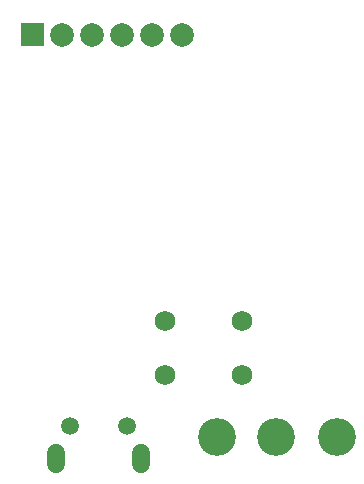
<source format=gbs>
G04 Layer: BottomSolderMaskLayer*
G04 EasyEDA v6.3.22, 2020-01-22T21:57:18+01:00*
G04 bd40d7d6537d4de99fa6425ab58450c0,9eabfb72a9474bef872f988307f0334b,10*
G04 Gerber Generator version 0.2*
G04 Scale: 100 percent, Rotated: No, Reflected: No *
G04 Dimensions in inches *
G04 leading zeros omitted , absolute positions ,2 integer and 4 decimal *
%FSLAX24Y24*%
%MOIN*%
G90*
G70D02*

%ADD38C,0.059181*%
%ADD40C,0.078866*%
%ADD44C,0.126110*%
%ADD51C,0.068000*%

%LPD*%
G54D38*
G01X5975Y954D02*
G01X5975Y599D01*
G01X3125Y954D02*
G01X3125Y599D01*
G54D40*
G01X7350Y14900D03*
G01X6350Y14900D03*
G01X5350Y14900D03*
G01X4350Y14900D03*
G01X3350Y14900D03*
G36*
G01X1956Y14506D02*
G01X1956Y15294D01*
G01X2744Y15294D01*
G01X2744Y14506D01*
G01X1956Y14506D01*
G37*
G54D44*
G01X8500Y1500D03*
G01X10468Y1500D03*
G01X12500Y1500D03*
G54D38*
G01X3601Y1840D03*
G01X5507Y1840D03*
G54D51*
G01X9329Y5335D03*
G01X6770Y5335D03*
G01X9329Y3564D03*
G01X6770Y3564D03*
M00*
M02*

</source>
